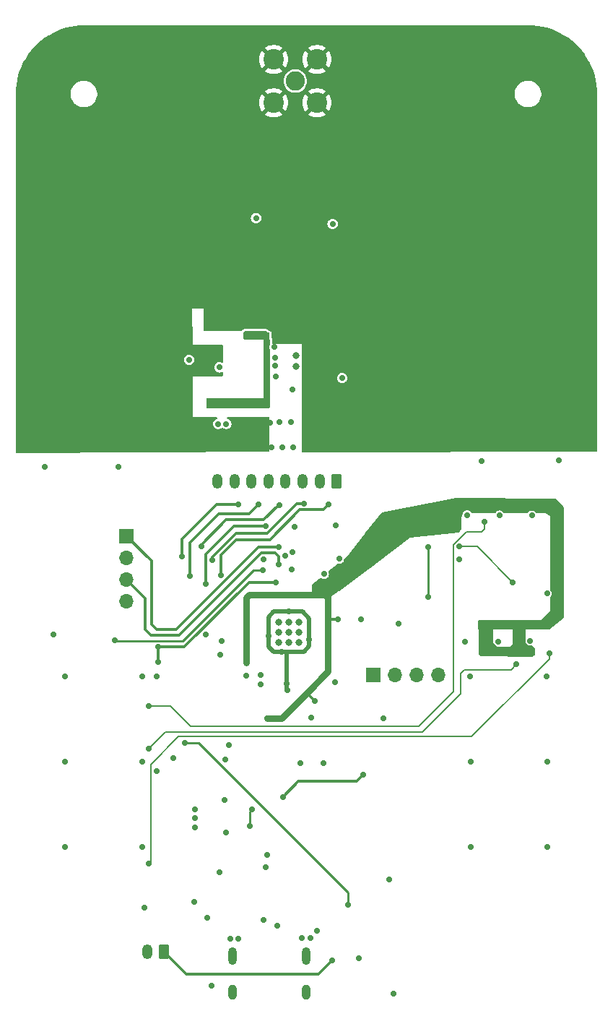
<source format=gbr>
%TF.GenerationSoftware,KiCad,Pcbnew,8.0.8*%
%TF.CreationDate,2025-03-17T14:01:35-04:00*%
%TF.ProjectId,RP2350_V2,52503233-3530-45f5-9632-2e6b69636164,2.0*%
%TF.SameCoordinates,Original*%
%TF.FileFunction,Copper,L4,Bot*%
%TF.FilePolarity,Positive*%
%FSLAX46Y46*%
G04 Gerber Fmt 4.6, Leading zero omitted, Abs format (unit mm)*
G04 Created by KiCad (PCBNEW 8.0.8) date 2025-03-17 14:01:35*
%MOMM*%
%LPD*%
G01*
G04 APERTURE LIST*
G04 Aperture macros list*
%AMRoundRect*
0 Rectangle with rounded corners*
0 $1 Rounding radius*
0 $2 $3 $4 $5 $6 $7 $8 $9 X,Y pos of 4 corners*
0 Add a 4 corners polygon primitive as box body*
4,1,4,$2,$3,$4,$5,$6,$7,$8,$9,$2,$3,0*
0 Add four circle primitives for the rounded corners*
1,1,$1+$1,$2,$3*
1,1,$1+$1,$4,$5*
1,1,$1+$1,$6,$7*
1,1,$1+$1,$8,$9*
0 Add four rect primitives between the rounded corners*
20,1,$1+$1,$2,$3,$4,$5,0*
20,1,$1+$1,$4,$5,$6,$7,0*
20,1,$1+$1,$6,$7,$8,$9,0*
20,1,$1+$1,$8,$9,$2,$3,0*%
G04 Aperture macros list end*
%TA.AperFunction,HeatsinkPad*%
%ADD10C,0.800000*%
%TD*%
%TA.AperFunction,ComponentPad*%
%ADD11C,2.250000*%
%TD*%
%TA.AperFunction,ComponentPad*%
%ADD12C,2.400000*%
%TD*%
%TA.AperFunction,ComponentPad*%
%ADD13O,1.000000X2.100000*%
%TD*%
%TA.AperFunction,ComponentPad*%
%ADD14O,1.000000X1.800000*%
%TD*%
%TA.AperFunction,ComponentPad*%
%ADD15R,1.700000X1.700000*%
%TD*%
%TA.AperFunction,ComponentPad*%
%ADD16O,1.700000X1.700000*%
%TD*%
%TA.AperFunction,ComponentPad*%
%ADD17RoundRect,0.250000X0.350000X0.625000X-0.350000X0.625000X-0.350000X-0.625000X0.350000X-0.625000X0*%
%TD*%
%TA.AperFunction,ComponentPad*%
%ADD18O,1.200000X1.750000*%
%TD*%
%TA.AperFunction,ViaPad*%
%ADD19C,0.700000*%
%TD*%
%TA.AperFunction,Conductor*%
%ADD20C,0.750000*%
%TD*%
%TA.AperFunction,Conductor*%
%ADD21C,0.300000*%
%TD*%
%TA.AperFunction,Conductor*%
%ADD22C,0.500000*%
%TD*%
%TA.AperFunction,Conductor*%
%ADD23C,0.250000*%
%TD*%
%TA.AperFunction,Conductor*%
%ADD24C,0.200000*%
%TD*%
%TA.AperFunction,Conductor*%
%ADD25C,0.150000*%
%TD*%
G04 APERTURE END LIST*
D10*
%TO.P,,61,GND*%
%TO.N,GND*%
X146275000Y-73247500D03*
%TD*%
%TO.P,,61,GND*%
%TO.N,GND*%
X145000000Y-73247500D03*
%TD*%
%TO.P,,61,GND*%
%TO.N,GND*%
X145000000Y-71972500D03*
%TD*%
D11*
%TO.P,J4,1,1*%
%TO.N,Net-(C63-Pad2)*%
X144960000Y-39782441D03*
D12*
%TO.P,J4,2,2*%
%TO.N,GND*%
X142420000Y-42322441D03*
%TO.P,J4,3,3*%
X147500000Y-42322441D03*
%TO.P,J4,4,4*%
X147500000Y-37242441D03*
%TO.P,J4,5,5*%
X142420000Y-37242441D03*
%TD*%
D13*
%TO.P,J3,S1,SHIELD*%
%TO.N,unconnected-(J3-SHIELD-PadS1)_3*%
X137587500Y-142317500D03*
D14*
%TO.N,unconnected-(J3-SHIELD-PadS1)_1*%
X137587500Y-146497500D03*
D13*
%TO.N,unconnected-(J3-SHIELD-PadS1)_2*%
X146227500Y-142317500D03*
D14*
%TO.N,unconnected-(J3-SHIELD-PadS1)*%
X146227500Y-146497500D03*
%TD*%
D15*
%TO.P,J1,1,Pin_1*%
%TO.N,/SWCLK*%
X125162500Y-93107500D03*
D16*
%TO.P,J1,2,Pin_2*%
%TO.N,GND*%
X125162500Y-95647500D03*
%TO.P,J1,3,Pin_3*%
%TO.N,/SWD*%
X125162500Y-98187500D03*
%TO.P,J1,4,Pin_4*%
%TO.N,GND*%
X125162500Y-100727500D03*
%TD*%
D17*
%TO.P,J5,1,Pin_1*%
%TO.N,/DISPLAY_BUSY*%
X149800000Y-86700000D03*
D18*
%TO.P,J5,2,Pin_2*%
%TO.N,/DISPLAY_RESET*%
X147800000Y-86700000D03*
%TO.P,J5,3,Pin_3*%
%TO.N,/DISPLAY_DC*%
X145800000Y-86700000D03*
%TO.P,J5,4,Pin_4*%
%TO.N,/SPI1_CS*%
X143800000Y-86700000D03*
%TO.P,J5,5,Pin_5*%
%TO.N,/SPI1_CLK*%
X141800000Y-86700000D03*
%TO.P,J5,6,Pin_6*%
%TO.N,/SPI1_TX*%
X139800000Y-86700000D03*
%TO.P,J5,7,Pin_7*%
%TO.N,GND*%
X137800000Y-86700000D03*
%TO.P,J5,8,Pin_8*%
%TO.N,+3V3*%
X135800000Y-86700000D03*
%TD*%
D17*
%TO.P,J6,1,Pin_1*%
%TO.N,/VBAT*%
X129580000Y-141810000D03*
D18*
%TO.P,J6,2,Pin_2*%
%TO.N,GND*%
X127580000Y-141810000D03*
%TD*%
D15*
%TO.P,J7,1,Pin_1*%
%TO.N,/UART_Tx_DEBUG*%
X154067500Y-109372500D03*
D16*
%TO.P,J7,2,Pin_2*%
%TO.N,GND*%
X156607500Y-109372500D03*
%TO.P,J7,3,Pin_3*%
%TO.N,/UART_Rx_DEBUG*%
X159147500Y-109372500D03*
%TO.P,J7,4,Pin_4*%
%TO.N,GND*%
X161687500Y-109372500D03*
%TD*%
D10*
%TO.P,,61,GND*%
%TO.N,GND*%
X146275000Y-71972500D03*
%TD*%
%TO.P,U1,61,GND*%
%TO.N,GND*%
X145400000Y-105577500D03*
X145400000Y-104377500D03*
X145400000Y-103177500D03*
X144200000Y-105577500D03*
X144200000Y-104377500D03*
X144150000Y-103177500D03*
X143000000Y-105577500D03*
X143000000Y-104377500D03*
X143000000Y-103177500D03*
%TD*%
D19*
%TO.N,GND*%
X161800000Y-64075000D03*
X161425000Y-67775000D03*
X162250000Y-61775000D03*
X141800000Y-65622500D03*
X134850000Y-58397500D03*
X135150000Y-145730000D03*
X134700000Y-61347500D03*
X149480000Y-46442441D03*
X148080000Y-79240000D03*
X150225000Y-44199882D03*
X154600000Y-42842441D03*
X179270000Y-56884941D03*
X146800000Y-53922500D03*
X142110000Y-47270000D03*
X143240000Y-45012441D03*
X125980000Y-60514941D03*
X120175000Y-74689941D03*
X176940000Y-62660000D03*
X150080000Y-79220000D03*
X147770000Y-77560000D03*
X147025000Y-51622441D03*
X122710000Y-56492500D03*
X157500000Y-34234882D03*
X171120000Y-69264941D03*
X148290300Y-119664824D03*
X159950000Y-71379941D03*
X137500000Y-67322500D03*
X168450000Y-82250000D03*
X159200000Y-39842441D03*
X179270000Y-53014941D03*
X118200000Y-34849882D03*
X139740000Y-58052500D03*
X140530000Y-59322500D03*
X146550000Y-59397500D03*
X156200000Y-44592441D03*
X138090000Y-63682500D03*
X147850000Y-45032441D03*
X148337500Y-97547500D03*
X161325000Y-80139941D03*
X150225000Y-41199882D03*
X146720000Y-45012441D03*
X136662500Y-124022500D03*
X169920000Y-72224941D03*
X123080000Y-66970000D03*
X136000000Y-68522500D03*
X142525000Y-34467441D03*
X162650000Y-55680000D03*
X146750000Y-140170000D03*
X116612500Y-104597500D03*
X135910000Y-49740000D03*
X154080000Y-51822441D03*
X138940000Y-47500000D03*
X161060000Y-72654941D03*
X148520000Y-48982441D03*
X136125000Y-48740000D03*
X133940000Y-45292441D03*
X140970000Y-46420000D03*
X130230000Y-80860000D03*
X152677500Y-102825000D03*
X165487500Y-119512500D03*
X119560000Y-48582441D03*
X144735000Y-58009941D03*
X159000000Y-53280000D03*
X149525000Y-34467441D03*
X142150000Y-82720000D03*
X125275000Y-50072441D03*
X144820000Y-61934941D03*
X139320000Y-79800000D03*
X126140000Y-73494941D03*
X147650000Y-46062441D03*
X143730000Y-95420000D03*
X172850000Y-60600000D03*
X139500000Y-36242441D03*
X142200000Y-61922500D03*
X155922500Y-133282500D03*
X168767689Y-105426765D03*
X124560000Y-74464941D03*
X132600000Y-41042441D03*
X176490000Y-39184882D03*
X128150000Y-56064941D03*
X121880000Y-37794882D03*
X151800000Y-50190000D03*
X147525000Y-34467441D03*
X130740000Y-76450000D03*
X133000000Y-65822500D03*
X139500000Y-41242441D03*
X155305000Y-60722382D03*
X146625000Y-66372500D03*
X126190000Y-69214941D03*
X148650000Y-51722441D03*
X136460000Y-61962500D03*
X140877500Y-110447500D03*
X132000000Y-69822500D03*
X174500000Y-129500000D03*
X154100000Y-33800000D03*
X157880000Y-68360000D03*
X162975000Y-41092441D03*
X166000000Y-62800000D03*
X161500000Y-53397500D03*
X176610000Y-69150000D03*
X179160000Y-78424941D03*
X145590000Y-45002441D03*
X152275000Y-55675000D03*
X140670000Y-47730000D03*
X171030000Y-55350000D03*
X148370000Y-76225000D03*
X164880000Y-70734941D03*
X174482500Y-99822500D03*
X156785000Y-58379941D03*
X164710000Y-77924941D03*
X164250000Y-43924882D03*
X179180000Y-80500000D03*
X152400000Y-39042441D03*
X149100000Y-35524882D03*
X132000000Y-66822500D03*
X164710000Y-73714941D03*
X116200000Y-59414941D03*
X141187500Y-138072500D03*
X176480000Y-80340000D03*
X118870000Y-69222500D03*
X150150000Y-82470000D03*
X174380000Y-70404941D03*
X141920000Y-67962500D03*
X155365000Y-67002382D03*
X125940000Y-34164882D03*
X144760000Y-65884941D03*
X150225000Y-40199882D03*
X153375000Y-56825000D03*
X179270000Y-48502441D03*
X132200000Y-77040000D03*
X134000000Y-65822500D03*
X127000000Y-109500000D03*
X126590000Y-81150000D03*
X141957500Y-64125000D03*
X143820000Y-52020000D03*
X144820000Y-60934941D03*
X134200000Y-35442441D03*
X119400000Y-50880000D03*
X126000000Y-45242441D03*
X139500000Y-42242441D03*
X167540000Y-80300000D03*
X113410000Y-75444941D03*
X150225000Y-39199882D03*
X134600000Y-137810000D03*
X143790000Y-53070000D03*
X170000000Y-37607441D03*
X138760000Y-82760000D03*
X117360000Y-78102500D03*
X113220000Y-59124941D03*
X139630000Y-48710000D03*
X138630000Y-57214941D03*
X139500000Y-40242441D03*
X142725000Y-39899882D03*
X122190000Y-69982500D03*
X131200000Y-37442441D03*
X177250000Y-51655000D03*
X129860000Y-53810000D03*
X117725000Y-37149882D03*
X129250000Y-76724941D03*
X174510000Y-67304941D03*
X138310000Y-59342500D03*
X141687500Y-130437700D03*
X147467500Y-139357500D03*
X149350000Y-59644941D03*
X136325000Y-54522500D03*
X146550000Y-62397500D03*
X138840000Y-49700000D03*
X159140000Y-44010000D03*
X154400000Y-49990000D03*
X158425000Y-55897500D03*
X134725000Y-47665000D03*
X154400000Y-38042441D03*
X141610000Y-49640000D03*
X169725000Y-52705000D03*
X113330000Y-65434941D03*
X160480000Y-74454941D03*
X164145571Y-95843479D03*
X157025000Y-103375000D03*
X129200000Y-48790000D03*
X149390000Y-69760000D03*
X137200000Y-42442441D03*
X143430000Y-82710000D03*
X156885000Y-65779941D03*
X125180000Y-68084941D03*
X139500000Y-38242441D03*
X147680000Y-63344941D03*
X154020000Y-75984941D03*
X174220000Y-78094941D03*
X127260000Y-136610000D03*
X135000000Y-67562500D03*
X141882500Y-59125000D03*
X148870000Y-43824882D03*
X163070000Y-74680000D03*
X133187500Y-127217500D03*
X144820000Y-63934941D03*
X147300000Y-67172500D03*
X135070000Y-71082500D03*
X177450000Y-36594882D03*
X136787500Y-127797500D03*
X122820000Y-77492500D03*
X136350000Y-105340000D03*
X152400000Y-36642441D03*
X138080000Y-53494941D03*
X124208750Y-84940000D03*
X166480000Y-55390000D03*
X141512500Y-131897500D03*
X177150000Y-58530000D03*
X125770000Y-66414941D03*
X117987500Y-129512500D03*
X121970000Y-72070000D03*
X155380000Y-65370000D03*
X156830000Y-62930000D03*
X128640000Y-62644941D03*
X132160000Y-78660000D03*
X127870000Y-51060000D03*
X136775000Y-119285000D03*
X146550000Y-63397500D03*
X130980000Y-68944941D03*
X166820000Y-60244941D03*
X144525000Y-34467441D03*
X163520000Y-46540000D03*
X152180000Y-66150000D03*
X163585000Y-82395000D03*
X161840000Y-38104882D03*
X154900000Y-79244941D03*
X136625000Y-44942441D03*
X150820000Y-69930000D03*
X178960000Y-75304941D03*
X128920000Y-82155000D03*
X122940000Y-74492500D03*
X164510000Y-57980000D03*
X140887500Y-109387500D03*
X141800000Y-60792500D03*
X135950000Y-71090000D03*
X139500000Y-39242441D03*
X130687500Y-119107500D03*
X147800000Y-57522500D03*
X145840000Y-51190000D03*
X144625000Y-75947500D03*
X145525000Y-34467441D03*
X140825000Y-40474882D03*
X139980000Y-45132441D03*
X131930000Y-57732500D03*
X159475000Y-47015000D03*
X156510000Y-146660000D03*
X124320000Y-80000000D03*
X171440000Y-80300000D03*
X144000000Y-49990000D03*
X132440000Y-74240000D03*
X143110000Y-79720000D03*
X122250000Y-47872441D03*
X132250000Y-75580000D03*
X141525000Y-34467441D03*
X132675000Y-52947500D03*
X134400000Y-43042441D03*
X155317500Y-114442500D03*
X174810000Y-56650000D03*
X148025000Y-53514941D03*
X140180000Y-60882500D03*
X176360000Y-73794941D03*
X148700000Y-64394941D03*
X132460000Y-54722500D03*
X159480000Y-68944941D03*
X135000000Y-68472500D03*
X147350000Y-39699882D03*
X159010000Y-72934941D03*
X148000000Y-58722500D03*
X137200000Y-34642441D03*
X168840000Y-75444941D03*
X133950000Y-59997500D03*
X126030000Y-75274941D03*
X144480000Y-79720000D03*
X146550000Y-57347500D03*
X142930000Y-46230000D03*
X165102500Y-90622500D03*
X167075000Y-40824882D03*
X144875000Y-91985000D03*
X152170000Y-61590000D03*
X138290000Y-61062500D03*
X141200000Y-62822500D03*
X160090000Y-62734941D03*
X128000000Y-38842441D03*
X130680000Y-75000000D03*
X118400000Y-65589941D03*
X128530000Y-60794941D03*
X151430000Y-51982441D03*
X167420000Y-52324941D03*
X125420000Y-63594941D03*
X134800000Y-38842441D03*
X122800000Y-51480000D03*
X174500000Y-119500000D03*
X118625000Y-61314941D03*
X152220000Y-59154941D03*
X127000000Y-129500000D03*
X133197500Y-125127500D03*
X156315000Y-68912382D03*
X139850000Y-53570000D03*
X144930000Y-58994941D03*
X144000000Y-47090000D03*
X160950000Y-78164941D03*
X113450000Y-54914941D03*
X156400000Y-48440000D03*
X146000000Y-53300000D03*
X172720000Y-52382441D03*
X147800000Y-59922500D03*
X128620000Y-68124941D03*
X168230000Y-43814882D03*
X144000000Y-48990000D03*
X134725000Y-54322500D03*
X150225000Y-38199882D03*
X163145000Y-49882441D03*
X115600000Y-79464941D03*
X133650000Y-64164941D03*
X150425000Y-34449882D03*
X116160000Y-67784941D03*
X155000000Y-52522500D03*
X115500000Y-41434882D03*
X150070000Y-81064941D03*
X150400000Y-49390000D03*
X168902500Y-90647500D03*
X179200000Y-65140000D03*
X179080000Y-40004882D03*
X152960000Y-53540000D03*
X156385000Y-67579941D03*
X136560000Y-65582500D03*
X150225000Y-37199882D03*
X115340000Y-62374941D03*
X154200000Y-54322500D03*
X156670000Y-52142441D03*
X137200000Y-40042441D03*
X146525000Y-34467441D03*
X113370000Y-71034941D03*
X175500000Y-60530000D03*
X149300000Y-55022500D03*
X156585000Y-61579941D03*
X152640000Y-79250000D03*
X132040000Y-64114941D03*
X128550000Y-66154941D03*
X139500000Y-44242441D03*
X152310000Y-67490000D03*
X139500000Y-35317441D03*
X160850000Y-65874941D03*
X124150000Y-59812500D03*
X137950000Y-48672441D03*
X155000000Y-77474941D03*
X132000000Y-70822500D03*
X135800000Y-59747500D03*
X128720000Y-109550000D03*
X129650000Y-68914941D03*
X158630000Y-66984941D03*
X149737500Y-91797499D03*
X145850000Y-44024882D03*
X148060000Y-80960000D03*
X126530000Y-77884941D03*
X125000000Y-42932441D03*
X145737500Y-140177500D03*
X146550000Y-64397500D03*
X174240000Y-34624882D03*
X129640000Y-71434941D03*
X146812500Y-114347500D03*
X142180000Y-45072441D03*
X144607500Y-94992500D03*
X124270000Y-82080000D03*
X115400000Y-73889941D03*
X145610000Y-45892441D03*
X125800000Y-71974941D03*
X137200000Y-38042441D03*
X174450000Y-109550000D03*
X172480000Y-73464941D03*
X147560000Y-64904941D03*
X144780000Y-64924941D03*
X152170000Y-64450000D03*
X166830000Y-84320000D03*
X141070000Y-45112441D03*
X172910000Y-82320000D03*
X150050000Y-76230000D03*
X139880000Y-82740000D03*
X144820000Y-62934941D03*
X130020000Y-58314941D03*
X132000000Y-65822500D03*
X133820000Y-56982500D03*
X146722500Y-46917500D03*
X179320000Y-82280000D03*
X152610000Y-77700000D03*
X167920000Y-58824941D03*
X149612500Y-110172500D03*
X170840000Y-34664882D03*
X125070000Y-70864941D03*
X137000000Y-68522500D03*
X132480000Y-34234882D03*
X125760000Y-57664941D03*
X155250000Y-62375000D03*
X152510000Y-68640000D03*
X129620000Y-73540000D03*
X141700000Y-67022500D03*
X142030000Y-68732500D03*
X128657500Y-120587500D03*
X146550000Y-58397500D03*
X151880000Y-52880000D03*
X152510000Y-80904941D03*
X124680000Y-64944941D03*
X120570000Y-78444941D03*
X118420000Y-57092500D03*
X154575000Y-57950000D03*
X139120000Y-52830000D03*
X137200000Y-36242441D03*
X146000000Y-52210000D03*
X133107500Y-135972500D03*
X174170000Y-36714882D03*
X139650000Y-62482500D03*
X162120000Y-44174882D03*
X158200000Y-57625000D03*
X135340000Y-52610000D03*
X121410000Y-59204941D03*
X144100000Y-43999882D03*
X179230000Y-68294941D03*
X116350000Y-53014941D03*
X135900000Y-63922500D03*
X136350000Y-56754941D03*
X149850000Y-52850000D03*
X141950000Y-53520000D03*
X132000000Y-68822500D03*
X150050000Y-45112441D03*
X140600000Y-64632500D03*
X139225000Y-109435000D03*
X158400000Y-38042441D03*
X144820000Y-59934941D03*
X155740000Y-54660000D03*
X150010000Y-77880000D03*
X150117500Y-95767500D03*
X156440000Y-56602500D03*
X155200000Y-63925000D03*
X148000000Y-69684941D03*
X179560000Y-61240000D03*
X139500000Y-37242441D03*
X149000000Y-45072441D03*
X131780000Y-60752500D03*
X115555000Y-84940000D03*
X128750000Y-70154941D03*
X147290000Y-48492441D03*
X154900000Y-82390000D03*
X122525000Y-35424882D03*
X141550000Y-48460000D03*
X147650000Y-61414941D03*
X131200000Y-44842441D03*
X132382500Y-73420000D03*
X165437500Y-109562500D03*
X176400000Y-53889941D03*
X165970000Y-65390000D03*
X129880000Y-59884941D03*
X140525000Y-34467441D03*
X141080000Y-52830000D03*
X142000000Y-79790000D03*
X134750000Y-51240000D03*
X128530000Y-64254941D03*
X179280000Y-43364882D03*
X163060000Y-68834941D03*
X176860000Y-82300000D03*
X115425000Y-35924882D03*
X136975000Y-58572500D03*
X146000000Y-47990000D03*
X136720000Y-53050000D03*
X158570000Y-60814941D03*
X155000000Y-35642441D03*
X144060000Y-51050000D03*
X145562500Y-119672500D03*
X159440000Y-58554941D03*
X140610000Y-79810000D03*
X146825000Y-49890000D03*
X173740000Y-45164882D03*
X152430000Y-142580000D03*
X128750000Y-74824941D03*
X126600000Y-52322500D03*
X173140000Y-77434941D03*
X154600000Y-55922500D03*
X142810246Y-138747499D03*
X113700000Y-52072441D03*
X150350000Y-68940000D03*
X160550000Y-82490000D03*
X146550000Y-60397500D03*
X159960000Y-57130000D03*
X116420000Y-82080000D03*
X167480000Y-34274882D03*
X164510000Y-55720000D03*
X165675000Y-53922500D03*
X151530000Y-76340000D03*
X142630000Y-74392500D03*
X118710000Y-80560000D03*
X140367500Y-54822500D03*
X157000000Y-54522500D03*
X152400000Y-41042441D03*
X143525000Y-34467441D03*
X157875000Y-42192441D03*
X139510000Y-46222441D03*
X140030000Y-66242500D03*
X117530000Y-75040000D03*
X134440280Y-104600280D03*
X160380000Y-60264941D03*
X139500000Y-43242441D03*
X155325000Y-59325000D03*
X152420000Y-69910000D03*
X150890000Y-58454941D03*
X117630000Y-45184882D03*
X146550000Y-61397500D03*
X128640000Y-72544941D03*
X127800000Y-35242441D03*
X175460000Y-64554941D03*
X116200000Y-39024882D03*
X158210000Y-70004941D03*
X148470000Y-65604941D03*
X150225000Y-35299882D03*
X131290000Y-59174941D03*
X148580000Y-62344941D03*
X152140000Y-63010000D03*
X167770000Y-68754941D03*
X167345000Y-49832441D03*
X147160000Y-52760000D03*
X157360000Y-71224941D03*
X155335000Y-68252382D03*
X176250000Y-76460000D03*
X177500000Y-46822441D03*
X172702500Y-90647500D03*
X127800000Y-79504941D03*
X144720000Y-82690000D03*
X149550000Y-47872441D03*
X144300000Y-45032441D03*
X150520000Y-59664941D03*
X149100000Y-39899882D03*
X167610000Y-71974941D03*
X161125000Y-76314941D03*
X170290000Y-65470000D03*
X140750000Y-35649882D03*
X137310000Y-140250000D03*
X130200000Y-51480000D03*
X146000000Y-48990000D03*
X115400000Y-49280000D03*
X124600000Y-38732441D03*
X122675000Y-53314941D03*
X138000000Y-68522500D03*
X150225000Y-42199882D03*
X132000000Y-67822500D03*
X170750000Y-47522441D03*
X158150000Y-62434941D03*
X163510000Y-53324941D03*
X138940000Y-64792500D03*
X139525000Y-34492441D03*
X148630000Y-67374941D03*
X149920000Y-50752441D03*
X165487500Y-129512500D03*
X160000000Y-35442441D03*
X152590000Y-82310000D03*
X141010000Y-82760000D03*
X121960000Y-63352500D03*
X128400000Y-42842441D03*
X146550000Y-65397500D03*
X143120000Y-53870000D03*
X141220001Y-95829949D03*
X125370000Y-55200000D03*
X137157500Y-117557500D03*
X119070000Y-71824941D03*
X136090000Y-132487700D03*
X120800000Y-34394882D03*
X133275000Y-62597500D03*
X124860000Y-62422500D03*
X113635000Y-82010000D03*
X152400000Y-43042441D03*
X144220000Y-46002441D03*
X169090000Y-78584941D03*
X172930000Y-53800000D03*
X148700000Y-61084941D03*
X113410000Y-78694941D03*
X113750000Y-38399882D03*
X119400000Y-52722500D03*
X161290000Y-59200000D03*
X152800000Y-74950000D03*
X113680000Y-43244882D03*
X169060000Y-56980000D03*
X145025000Y-37499882D03*
X144000000Y-47990000D03*
X155300000Y-69614941D03*
X138261814Y-140223186D03*
X130610000Y-77890000D03*
X136980000Y-46780000D03*
X154820000Y-80984941D03*
X143210000Y-57524941D03*
X121880000Y-80510000D03*
X120485000Y-82280000D03*
X152200000Y-48590000D03*
X172497689Y-105366765D03*
X149800000Y-57844941D03*
X144950000Y-35749882D03*
X147700000Y-68622500D03*
X150225000Y-43199882D03*
X133180000Y-49700000D03*
X164600000Y-37442441D03*
X157575000Y-49990000D03*
X143100000Y-55422500D03*
X120910000Y-65874941D03*
X156880000Y-60080000D03*
X132110000Y-62694941D03*
X138300000Y-66532500D03*
X134990000Y-66652500D03*
X166925000Y-45267441D03*
X155400000Y-40842441D03*
X131510000Y-81760000D03*
X136162500Y-106962500D03*
X124490000Y-77404941D03*
X150225000Y-36199882D03*
X156585000Y-64379941D03*
X133207500Y-126147500D03*
X140240000Y-49660000D03*
X152400000Y-45242441D03*
X167210000Y-78420000D03*
X166250000Y-75934941D03*
X142870000Y-49680000D03*
X143100000Y-56222500D03*
X137270000Y-49720000D03*
X117987500Y-109512500D03*
X117987500Y-119512500D03*
X158630000Y-64444941D03*
X147960000Y-82540000D03*
X140910000Y-43674882D03*
X152210000Y-60370000D03*
X175830000Y-84250000D03*
X164872689Y-105441765D03*
X178960000Y-71544941D03*
X142470000Y-70932500D03*
X165410000Y-80330000D03*
X148525000Y-34467441D03*
X135000000Y-65822500D03*
X127000000Y-119500000D03*
X136200000Y-67122500D03*
X161220000Y-70004941D03*
X139300000Y-67722500D03*
X163840000Y-34394882D03*
X150650000Y-55225000D03*
X144550000Y-97000000D03*
X154200000Y-47590000D03*
X134750000Y-49960000D03*
X113530000Y-47762441D03*
%TO.N,+3V3*%
X148787500Y-107404700D03*
X139177500Y-106347500D03*
X136860000Y-79944941D03*
X147237500Y-112422500D03*
X172647689Y-106541765D03*
X140350000Y-55822500D03*
X135430000Y-77530000D03*
X174642500Y-89492500D03*
X143312500Y-114437500D03*
X139177500Y-104260000D03*
X168917689Y-106536765D03*
X170882500Y-89482500D03*
X139177500Y-107157500D03*
X138170000Y-77520000D03*
X143487500Y-123647500D03*
X141225000Y-69572500D03*
X166797689Y-106691765D03*
X139570000Y-77520000D03*
X166977500Y-89522500D03*
X140830000Y-77530000D03*
X152937500Y-121022500D03*
X141612500Y-114437500D03*
X139177500Y-100870000D03*
X149962500Y-102867500D03*
X142487500Y-114437500D03*
X140250000Y-69572500D03*
X135920000Y-79944941D03*
X140070000Y-99927500D03*
X136820000Y-77530000D03*
X174802500Y-102447500D03*
X145700000Y-99927500D03*
X139177500Y-107947500D03*
X139373750Y-100113750D03*
%TO.N,+1V1*%
X143919822Y-110415178D03*
X141787500Y-104797500D03*
X146587500Y-105197500D03*
X144199700Y-101947500D03*
X143987500Y-111097500D03*
X143362500Y-106647500D03*
%TO.N,/VBAT*%
X149280000Y-142780000D03*
%TO.N,/SWD*%
X142969999Y-96427767D03*
%TO.N,/SWCLK*%
X142970000Y-94370000D03*
%TO.N,/DISPLAY_RESET*%
X135190000Y-95940000D03*
X145990000Y-89300000D03*
%TO.N,/SPI1_TX*%
X138230000Y-89390000D03*
X131620000Y-95450000D03*
%TO.N,/DISPLAY_BUSY*%
X136252500Y-97680000D03*
X148860000Y-89390000D03*
%TO.N,/SPI1_CLK*%
X140630000Y-89380000D03*
X132590000Y-97720000D03*
%TO.N,/DISPLAY_DC*%
X141454265Y-91919535D03*
X134460000Y-98670000D03*
%TO.N,/SPI1_CS*%
X133920000Y-94320000D03*
X143060000Y-89440000D03*
%TO.N,/RUN*%
X128862500Y-107825000D03*
X128862500Y-106100000D03*
X142632736Y-98510000D03*
%TO.N,/~{USB_BOOT}*%
X160525000Y-94350000D03*
X160550000Y-100250000D03*
%TO.N,Net-(R20-Pad2)*%
X127770000Y-113000000D03*
X167135000Y-91430000D03*
%TO.N,Net-(R23-Pad2)*%
X170900000Y-108090000D03*
X127767500Y-118000000D03*
%TO.N,Net-(R24-Pad2)*%
X127742500Y-131500000D03*
X174747689Y-106841765D03*
%TO.N,/BTN_MACRO_C*%
X170480000Y-98500000D03*
X164210000Y-94312500D03*
%TO.N,/Converter_In*%
X139587500Y-127047500D03*
X139862500Y-125122500D03*
%TO.N,/UVLO_RST*%
X131962500Y-117282500D03*
X151127500Y-136307500D03*
%TO.N,/STATUS_LED*%
X123762500Y-105297500D03*
X141110000Y-97080000D03*
%TO.N,/SX1262/DIO2*%
X150450000Y-74588500D03*
X149325000Y-56522500D03*
%TO.N,/SX1262/XTB*%
X142547686Y-73105574D03*
X136070000Y-73326434D03*
%TO.N,/SX1262/XTA*%
X132490000Y-72422500D03*
X142550566Y-72205576D03*
%TD*%
D20*
%TO.N,+3V3*%
X148787500Y-108947500D02*
X148787500Y-102872500D01*
X139177500Y-100310000D02*
X139177500Y-104260000D01*
X139373750Y-100113750D02*
X139177500Y-100310000D01*
X148417500Y-99927500D02*
X148787500Y-100297500D01*
D21*
X149962500Y-102867500D02*
X148792500Y-102867500D01*
D20*
X141612500Y-114437500D02*
X143312500Y-114437500D01*
D21*
X146287500Y-111472500D02*
X146287500Y-111447500D01*
D20*
X146287500Y-111447500D02*
X148787500Y-108947500D01*
D21*
X147237500Y-112422500D02*
X146287500Y-111472500D01*
D20*
X143312500Y-114437500D02*
X143312500Y-114422500D01*
X139177500Y-104260000D02*
X139177500Y-107947500D01*
X148787500Y-100297500D02*
X148787500Y-102872500D01*
D21*
X145312500Y-121822500D02*
X152137500Y-121822500D01*
D20*
X143312500Y-114422500D02*
X146287500Y-111447500D01*
D21*
X148792500Y-102867500D02*
X148787500Y-102872500D01*
X152137500Y-121822500D02*
X152937500Y-121022500D01*
D20*
X139373750Y-100113750D02*
X139560000Y-99927500D01*
D21*
X143487500Y-123647500D02*
X145312500Y-121822500D01*
D20*
X139560000Y-99927500D02*
X148417500Y-99927500D01*
D22*
%TO.N,+1V1*%
X145937500Y-106647500D02*
X146587500Y-105997500D01*
X143937500Y-106647500D02*
X143937500Y-110397500D01*
X141812500Y-106072500D02*
X141812500Y-102572500D01*
X143987500Y-111097500D02*
X143987500Y-111122500D01*
X142437500Y-101947500D02*
X144199700Y-101947500D01*
X144199700Y-101947500D02*
X145812500Y-101947500D01*
X145812500Y-101947500D02*
X146587500Y-102722500D01*
X143919822Y-111029822D02*
X143987500Y-111097500D01*
X143937500Y-110397500D02*
X143919822Y-110415178D01*
X141812500Y-102572500D02*
X142437500Y-101947500D01*
X142387500Y-106647500D02*
X141812500Y-106072500D01*
X146587500Y-105997500D02*
X146587500Y-105197500D01*
X143362500Y-106647500D02*
X142387500Y-106647500D01*
X143362500Y-106647500D02*
X145937500Y-106647500D01*
X143919822Y-110415178D02*
X143919822Y-111029822D01*
X146587500Y-102722500D02*
X146587500Y-105197500D01*
D21*
%TO.N,/VBAT*%
X132147500Y-144377500D02*
X129580000Y-141810000D01*
X149280000Y-142780000D02*
X147682500Y-144377500D01*
X147682500Y-144377500D02*
X132147500Y-144377500D01*
%TO.N,/SWD*%
X140980000Y-95080000D02*
X131360000Y-104700000D01*
X131360000Y-104700000D02*
X128062893Y-104700000D01*
X142969999Y-96427767D02*
X142969999Y-95459999D01*
X127350000Y-103987107D02*
X127350000Y-100375000D01*
X127350000Y-100375000D02*
X125162500Y-98187500D01*
X125164606Y-98187500D02*
X125162500Y-98187500D01*
X142590000Y-95080000D02*
X140980000Y-95080000D01*
X142969999Y-95459999D02*
X142590000Y-95080000D01*
X128062893Y-104700000D02*
X127350000Y-103987107D01*
X125162500Y-98287500D02*
X125162500Y-98187500D01*
%TO.N,/SWCLK*%
X140600000Y-94370000D02*
X130950000Y-104020000D01*
X128080000Y-96025000D02*
X125162500Y-93107500D01*
X130950000Y-104020000D02*
X128660000Y-104020000D01*
X128080000Y-103440000D02*
X128080000Y-96025000D01*
X128660000Y-104020000D02*
X128080000Y-103440000D01*
X142970000Y-94370000D02*
X140740000Y-94370000D01*
X140740000Y-94370000D02*
X140600000Y-94370000D01*
%TO.N,/DISPLAY_RESET*%
X135190000Y-95530000D02*
X137970000Y-92750000D01*
X137970000Y-92750000D02*
X141670000Y-92750000D01*
X145120000Y-89300000D02*
X145990000Y-89300000D01*
X135190000Y-95940000D02*
X135190000Y-95530000D01*
X141670000Y-92750000D02*
X145120000Y-89300000D01*
%TO.N,/SPI1_TX*%
X131640000Y-93460000D02*
X131640000Y-93510000D01*
X131640000Y-95430000D02*
X131640000Y-93510000D01*
X131620000Y-95450000D02*
X131640000Y-95430000D01*
X135710000Y-89390000D02*
X131640000Y-93460000D01*
X138230000Y-89390000D02*
X135710000Y-89390000D01*
%TO.N,/DISPLAY_BUSY*%
X148250000Y-90000000D02*
X148860000Y-89390000D01*
X138030000Y-93500000D02*
X142000000Y-93500000D01*
X136252500Y-95277500D02*
X138030000Y-93500000D01*
X145500000Y-90000000D02*
X148250000Y-90000000D01*
X142000000Y-93500000D02*
X145500000Y-90000000D01*
X136252500Y-97680000D02*
X136252500Y-95277500D01*
%TO.N,/SPI1_CLK*%
X132620000Y-93870000D02*
X135990000Y-90500000D01*
X139510000Y-90500000D02*
X140630000Y-89380000D01*
X132590000Y-97720000D02*
X132620000Y-97690000D01*
X135990000Y-90500000D02*
X139510000Y-90500000D01*
X132620000Y-97690000D02*
X132620000Y-93870000D01*
%TO.N,/DISPLAY_DC*%
X137720465Y-91919535D02*
X141454265Y-91919535D01*
X134460000Y-95180000D02*
X137720465Y-91919535D01*
X134460000Y-98670000D02*
X134460000Y-95180000D01*
%TO.N,/SPI1_CS*%
X141250000Y-91160000D02*
X142970000Y-89440000D01*
X133920000Y-94320000D02*
X133920000Y-94080000D01*
X142970000Y-89440000D02*
X143060000Y-89440000D01*
X136840000Y-91160000D02*
X141250000Y-91160000D01*
X133920000Y-94080000D02*
X136840000Y-91160000D01*
%TO.N,/RUN*%
X128862500Y-106100000D02*
X128862500Y-107825000D01*
X142632736Y-98510000D02*
X139540610Y-98510000D01*
X139540610Y-98510000D02*
X131950610Y-106100000D01*
X131950610Y-106100000D02*
X128862500Y-106100000D01*
D23*
%TO.N,/~{USB_BOOT}*%
X160525000Y-94350000D02*
X160525000Y-100225000D01*
X160525000Y-100225000D02*
X160550000Y-100250000D01*
D24*
%TO.N,Net-(R20-Pad2)*%
X163470000Y-94133261D02*
X165043261Y-92560000D01*
X163470000Y-111315000D02*
X163470000Y-94133261D01*
X166830000Y-92560000D02*
X167135000Y-92255000D01*
X167135000Y-92255000D02*
X167135000Y-91430000D01*
X159412500Y-115372500D02*
X163470000Y-111315000D01*
X132702500Y-115372500D02*
X159412500Y-115372500D01*
X127770000Y-113000000D02*
X130330000Y-113000000D01*
X130330000Y-113000000D02*
X132702500Y-115372500D01*
X165043261Y-92560000D02*
X166830000Y-92560000D01*
%TO.N,Net-(R23-Pad2)*%
X164340000Y-111554314D02*
X159846814Y-116047500D01*
X129720000Y-116047500D02*
X127767500Y-118000000D01*
X164340000Y-109160000D02*
X164340000Y-111554314D01*
X170900000Y-108090000D02*
X170260000Y-108730000D01*
X159846814Y-116047500D02*
X129720000Y-116047500D01*
X164770000Y-108730000D02*
X164340000Y-109160000D01*
X170260000Y-108730000D02*
X164770000Y-108730000D01*
%TO.N,Net-(R24-Pad2)*%
X128007500Y-120856739D02*
X128007500Y-119852500D01*
X131262500Y-116597500D02*
X165612500Y-116597500D01*
X128020000Y-131222500D02*
X128020000Y-120869239D01*
X128020000Y-120869239D02*
X128007500Y-120856739D01*
X128007500Y-119852500D02*
X131262500Y-116597500D01*
X174747689Y-107462311D02*
X174747689Y-106841765D01*
X127742500Y-131500000D02*
X128020000Y-131222500D01*
X165612500Y-116597500D02*
X174747689Y-107462311D01*
D25*
%TO.N,/BTN_MACRO_C*%
X170469348Y-98500000D02*
X166281848Y-94312500D01*
X166281848Y-94312500D02*
X164210000Y-94312500D01*
X170480000Y-98500000D02*
X170469348Y-98500000D01*
D23*
%TO.N,/Converter_In*%
X139937500Y-125047500D02*
X139987500Y-124997500D01*
X139587500Y-127047500D02*
X139587500Y-125397500D01*
X139587500Y-127097500D02*
X139587500Y-127047500D01*
X139587500Y-125397500D02*
X139937500Y-125047500D01*
%TO.N,/UVLO_RST*%
X151127500Y-136307500D02*
X151237500Y-136417500D01*
X131947500Y-117282500D02*
X131962500Y-117282500D01*
X133622500Y-117282500D02*
X151150000Y-134810000D01*
X131962500Y-117282500D02*
X133622500Y-117282500D01*
X151150000Y-136285000D02*
X151127500Y-136307500D01*
X131912500Y-117247500D02*
X131947500Y-117282500D01*
X151150000Y-134810000D02*
X151150000Y-136285000D01*
%TO.N,/STATUS_LED*%
X123762500Y-105297500D02*
X123862500Y-105397500D01*
X141110000Y-97080000D02*
X140040000Y-97080000D01*
X131770000Y-105350000D02*
X123815000Y-105350000D01*
X123815000Y-105350000D02*
X123762500Y-105297500D01*
X140040000Y-97080000D02*
X131770000Y-105350000D01*
%TD*%
%TA.AperFunction,Conductor*%
%TO.N,GND*%
G36*
X172298963Y-33236096D02*
G01*
X172842931Y-33254681D01*
X172851359Y-33255258D01*
X173390675Y-33310705D01*
X173399060Y-33311857D01*
X173933349Y-33403980D01*
X173941593Y-33405694D01*
X174468358Y-33534065D01*
X174476472Y-33536338D01*
X174941557Y-33683951D01*
X174993249Y-33700358D01*
X175001203Y-33703184D01*
X175505605Y-33902096D01*
X175513313Y-33905444D01*
X176002938Y-34138301D01*
X176010430Y-34142182D01*
X176456480Y-34392983D01*
X176483016Y-34407904D01*
X176490250Y-34412303D01*
X176943598Y-34709653D01*
X176950507Y-34714530D01*
X177382484Y-35042108D01*
X177389052Y-35047451D01*
X177797687Y-35403760D01*
X177803875Y-35409540D01*
X178187220Y-35792883D01*
X178192999Y-35799070D01*
X178549321Y-36207713D01*
X178554631Y-36214239D01*
X178882220Y-36646225D01*
X178882236Y-36646246D01*
X178887118Y-36653163D01*
X179025080Y-36863499D01*
X179184474Y-37106512D01*
X179188855Y-37113716D01*
X179454578Y-37586293D01*
X179458470Y-37593805D01*
X179533902Y-37752411D01*
X179691324Y-38083417D01*
X179694697Y-38091183D01*
X179893587Y-38595518D01*
X179896423Y-38603496D01*
X180060439Y-39120252D01*
X180062723Y-39128405D01*
X180191088Y-39655127D01*
X180192811Y-39663417D01*
X180284934Y-40197682D01*
X180286087Y-40206070D01*
X180341536Y-40745373D01*
X180342114Y-40753820D01*
X180360644Y-41296044D01*
X180360716Y-41300279D01*
X180360716Y-41356967D01*
X180360752Y-41357422D01*
X180387087Y-83043137D01*
X180367445Y-83110189D01*
X180314670Y-83155977D01*
X180263443Y-83167214D01*
X145834356Y-83266158D01*
X145767261Y-83246667D01*
X145721354Y-83193994D01*
X145710000Y-83142159D01*
X145710000Y-74588498D01*
X149844318Y-74588498D01*
X149844318Y-74588501D01*
X149864955Y-74745260D01*
X149864956Y-74745262D01*
X149925464Y-74891341D01*
X150021718Y-75016782D01*
X150147159Y-75113036D01*
X150293238Y-75173544D01*
X150371619Y-75183863D01*
X150449999Y-75194182D01*
X150450000Y-75194182D01*
X150450001Y-75194182D01*
X150502254Y-75187302D01*
X150606762Y-75173544D01*
X150752841Y-75113036D01*
X150878282Y-75016782D01*
X150974536Y-74891341D01*
X151035044Y-74745262D01*
X151055682Y-74588500D01*
X151035044Y-74431738D01*
X150974536Y-74285659D01*
X150878282Y-74160218D01*
X150752841Y-74063964D01*
X150606762Y-74003456D01*
X150606760Y-74003455D01*
X150450001Y-73982818D01*
X150449999Y-73982818D01*
X150293239Y-74003455D01*
X150293237Y-74003456D01*
X150147160Y-74063963D01*
X150021718Y-74160218D01*
X149925463Y-74285660D01*
X149864956Y-74431737D01*
X149864955Y-74431739D01*
X149844318Y-74588498D01*
X145710000Y-74588498D01*
X145710000Y-70564861D01*
X145709999Y-70564860D01*
X142328279Y-70580672D01*
X142261148Y-70561301D01*
X142215147Y-70508711D01*
X142203700Y-70456822D01*
X142202445Y-69376366D01*
X142202402Y-69371951D01*
X142202323Y-69367668D01*
X142189290Y-69291689D01*
X142167224Y-69225395D01*
X142149046Y-69183636D01*
X142149043Y-69183631D01*
X142085117Y-69107142D01*
X142030712Y-69063300D01*
X141968170Y-69026194D01*
X141950482Y-69018867D01*
X141896304Y-68996427D01*
X141868276Y-68980245D01*
X141806853Y-68933113D01*
X141798689Y-68926271D01*
X141777338Y-68906757D01*
X141763998Y-68895381D01*
X141759189Y-68892905D01*
X141675359Y-68849753D01*
X141675356Y-68849752D01*
X141675354Y-68849751D01*
X141608195Y-68830509D01*
X141593784Y-68828533D01*
X141536144Y-68820631D01*
X141536140Y-68820631D01*
X139021521Y-68837128D01*
X139021511Y-68837128D01*
X139021506Y-68837129D01*
X138994477Y-68840170D01*
X138968052Y-68843143D01*
X138968035Y-68843146D01*
X138917354Y-68854347D01*
X138891804Y-68861401D01*
X138805174Y-68910731D01*
X138805173Y-68910732D01*
X138752371Y-68956484D01*
X138720742Y-68989263D01*
X138715556Y-68996455D01*
X138714196Y-68995474D01*
X138672871Y-69038292D01*
X138611255Y-69054530D01*
X134312291Y-69045206D01*
X134245294Y-69025376D01*
X134199654Y-68972473D01*
X134188569Y-68922661D01*
X134159842Y-66467891D01*
X134159841Y-66467890D01*
X132850000Y-66454940D01*
X132849999Y-66454941D01*
X132900000Y-70654941D01*
X136376000Y-70654941D01*
X136443039Y-70674626D01*
X136488794Y-70727430D01*
X136500000Y-70778941D01*
X136500000Y-72668989D01*
X136480315Y-72736028D01*
X136427511Y-72781783D01*
X136358353Y-72791727D01*
X136328548Y-72783550D01*
X136226765Y-72741391D01*
X136226760Y-72741389D01*
X136070001Y-72720752D01*
X136069999Y-72720752D01*
X135913239Y-72741389D01*
X135913237Y-72741390D01*
X135767160Y-72801897D01*
X135641718Y-72898152D01*
X135545463Y-73023594D01*
X135484956Y-73169671D01*
X135484955Y-73169673D01*
X135464318Y-73326432D01*
X135464318Y-73326435D01*
X135484955Y-73483194D01*
X135484956Y-73483196D01*
X135545464Y-73629275D01*
X135641718Y-73754716D01*
X135767159Y-73850970D01*
X135913238Y-73911478D01*
X135991619Y-73921797D01*
X136069999Y-73932116D01*
X136070000Y-73932116D01*
X136070001Y-73932116D01*
X136122254Y-73925236D01*
X136226762Y-73911478D01*
X136328547Y-73869316D01*
X136398017Y-73861848D01*
X136460496Y-73893123D01*
X136496148Y-73953212D01*
X136500000Y-73983878D01*
X136500000Y-74231637D01*
X136480315Y-74298676D01*
X136427511Y-74344431D01*
X136376699Y-74355635D01*
X132949841Y-74374941D01*
X132939999Y-79114941D01*
X134377771Y-79114941D01*
X134444810Y-79134626D01*
X134445853Y-79135472D01*
X135697396Y-79128676D01*
X135764541Y-79147996D01*
X135810582Y-79200551D01*
X135820901Y-79269654D01*
X135792222Y-79333367D01*
X135745522Y-79367235D01*
X135617160Y-79420404D01*
X135491718Y-79516659D01*
X135395463Y-79642101D01*
X135334956Y-79788178D01*
X135334955Y-79788180D01*
X135314318Y-79944939D01*
X135314318Y-79944942D01*
X135334955Y-80101701D01*
X135334956Y-80101703D01*
X135395464Y-80247782D01*
X135491718Y-80373223D01*
X135617159Y-80469477D01*
X135763238Y-80529985D01*
X135841619Y-80540304D01*
X135919999Y-80550623D01*
X135920000Y-80550623D01*
X135920001Y-80550623D01*
X135972254Y-80543743D01*
X136076762Y-80529985D01*
X136222841Y-80469477D01*
X136314515Y-80399133D01*
X136379682Y-80373939D01*
X136448127Y-80387977D01*
X136465480Y-80399129D01*
X136520263Y-80441166D01*
X136557157Y-80469476D01*
X136557158Y-80469476D01*
X136557159Y-80469477D01*
X136703238Y-80529985D01*
X136781619Y-80540304D01*
X136859999Y-80550623D01*
X136860000Y-80550623D01*
X136860001Y-80550623D01*
X136912254Y-80543743D01*
X137016762Y-80529985D01*
X137162841Y-80469477D01*
X137288282Y-80373223D01*
X137384536Y-80247782D01*
X137445044Y-80101703D01*
X137465682Y-79944941D01*
X137445044Y-79788179D01*
X137384536Y-79642100D01*
X137288282Y-79516659D01*
X137162841Y-79420405D01*
X137162839Y-79420404D01*
X137016570Y-79359817D01*
X136962167Y-79315976D01*
X136940102Y-79249681D01*
X136957381Y-79181982D01*
X137008519Y-79134372D01*
X137063347Y-79121258D01*
X141784803Y-79095620D01*
X141851946Y-79114940D01*
X141897987Y-79167495D01*
X141909473Y-79220139D01*
X141893151Y-83102103D01*
X141873185Y-83169059D01*
X141820189Y-83214592D01*
X141769703Y-83225581D01*
X112314042Y-83356481D01*
X112246916Y-83337094D01*
X112200927Y-83284494D01*
X112189491Y-83232564D01*
X112182662Y-72422498D01*
X131884318Y-72422498D01*
X131884318Y-72422501D01*
X131904955Y-72579260D01*
X131904956Y-72579262D01*
X131965464Y-72725341D01*
X132061718Y-72850782D01*
X132187159Y-72947036D01*
X132333238Y-73007544D01*
X132411619Y-73017863D01*
X132489999Y-73028182D01*
X132490000Y-73028182D01*
X132490001Y-73028182D01*
X132542254Y-73021302D01*
X132646762Y-73007544D01*
X132792841Y-72947036D01*
X132918282Y-72850782D01*
X133014536Y-72725341D01*
X133075044Y-72579262D01*
X133095682Y-72422500D01*
X133075044Y-72265738D01*
X133014536Y-72119659D01*
X132918282Y-71994218D01*
X132792841Y-71897964D01*
X132646762Y-71837456D01*
X132646760Y-71837455D01*
X132490001Y-71816818D01*
X132489999Y-71816818D01*
X132333239Y-71837455D01*
X132333237Y-71837456D01*
X132187160Y-71897963D01*
X132061718Y-71994218D01*
X131965463Y-72119660D01*
X131904956Y-72265737D01*
X131904955Y-72265739D01*
X131884318Y-72422498D01*
X112182662Y-72422498D01*
X112172617Y-56522498D01*
X148719318Y-56522498D01*
X148719318Y-56522501D01*
X148739955Y-56679260D01*
X148739956Y-56679262D01*
X148800464Y-56825341D01*
X148896718Y-56950782D01*
X149022159Y-57047036D01*
X149168238Y-57107544D01*
X149246619Y-57117863D01*
X149324999Y-57128182D01*
X149325000Y-57128182D01*
X149325001Y-57128182D01*
X149377254Y-57121302D01*
X149481762Y-57107544D01*
X149627841Y-57047036D01*
X149753282Y-56950782D01*
X149849536Y-56825341D01*
X149910044Y-56679262D01*
X149930682Y-56522500D01*
X149910044Y-56365738D01*
X149849536Y-56219659D01*
X149753282Y-56094218D01*
X149627841Y-55997964D01*
X149582690Y-55979262D01*
X149481762Y-55937456D01*
X149481760Y-55937455D01*
X149325001Y-55916818D01*
X149324999Y-55916818D01*
X149168239Y-55937455D01*
X149168237Y-55937456D01*
X149022160Y-55997963D01*
X148896718Y-56094218D01*
X148800463Y-56219660D01*
X148739956Y-56365737D01*
X148739955Y-56365739D01*
X148719318Y-56522498D01*
X112172617Y-56522498D01*
X112172175Y-55822498D01*
X139744318Y-55822498D01*
X139744318Y-55822501D01*
X139764955Y-55979260D01*
X139764956Y-55979262D01*
X139825464Y-56125341D01*
X139921718Y-56250782D01*
X140047159Y-56347036D01*
X140193238Y-56407544D01*
X140271619Y-56417863D01*
X140349999Y-56428182D01*
X140350000Y-56428182D01*
X140350001Y-56428182D01*
X140402254Y-56421302D01*
X140506762Y-56407544D01*
X140652841Y-56347036D01*
X140778282Y-56250782D01*
X140874536Y-56125341D01*
X140935044Y-55979262D01*
X140955682Y-55822500D01*
X140935044Y-55665738D01*
X140874536Y-55519659D01*
X140778282Y-55394218D01*
X140652841Y-55297964D01*
X140506762Y-55237456D01*
X140506760Y-55237455D01*
X140350001Y-55216818D01*
X140349999Y-55216818D01*
X140193239Y-55237455D01*
X140193237Y-55237456D01*
X140047160Y-55297963D01*
X139921718Y-55394218D01*
X139825463Y-55519660D01*
X139764956Y-55665737D01*
X139764955Y-55665739D01*
X139744318Y-55822498D01*
X112172175Y-55822498D01*
X112163001Y-41302018D01*
X112163073Y-41297729D01*
X112163131Y-41296044D01*
X112167273Y-41174773D01*
X118614181Y-41174773D01*
X118614181Y-41418827D01*
X118652360Y-41659876D01*
X118727777Y-41891985D01*
X118766960Y-41968887D01*
X118838577Y-42109442D01*
X118982020Y-42306876D01*
X118982024Y-42306881D01*
X119154599Y-42479456D01*
X119154604Y-42479460D01*
X119154632Y-42479480D01*
X119352042Y-42622906D01*
X119569496Y-42733704D01*
X119801605Y-42809121D01*
X120042654Y-42847300D01*
X120042655Y-42847300D01*
X120286707Y-42847300D01*
X120286708Y-42847300D01*
X120527757Y-42809121D01*
X120759866Y-42733704D01*
X120977320Y-42622906D01*
X121174764Y-42479455D01*
X121331783Y-42322436D01*
X140715233Y-42322436D01*
X140715233Y-42322445D01*
X140734273Y-42576520D01*
X140790968Y-42824918D01*
X140790973Y-42824935D01*
X140884058Y-43062112D01*
X140884057Y-43062112D01*
X141011457Y-43282773D01*
X141053452Y-43335434D01*
X141704152Y-42684733D01*
X141711049Y-42701383D01*
X141798599Y-42832411D01*
X141910030Y-42943842D01*
X142041058Y-43031392D01*
X142057705Y-43038287D01*
X141406813Y-43689178D01*
X141567623Y-43798816D01*
X141567624Y-43798817D01*
X141797176Y-43909362D01*
X141797174Y-43909362D01*
X142040652Y-43984465D01*
X142040658Y-43984467D01*
X142292595Y-44022440D01*
X142292604Y-44022441D01*
X142547396Y-44022441D01*
X142547404Y-44022440D01*
X142799341Y-43984467D01*
X142799347Y-43984465D01*
X143042824Y-43909362D01*
X143272381Y-43798814D01*
X143433185Y-43689178D01*
X142782294Y-43038287D01*
X142798942Y-43031392D01*
X142929970Y-42943842D01*
X143041401Y-42832411D01*
X143128951Y-42701383D01*
X143135846Y-42684735D01*
X143786545Y-43335434D01*
X143828545Y-43282768D01*
X143955941Y-43062112D01*
X144049026Y-42824935D01*
X144049031Y-42824918D01*
X144105726Y-42576520D01*
X144124767Y-42322445D01*
X144124767Y-42322436D01*
X145795233Y-42322436D01*
X145795233Y-42322445D01*
X145814273Y-42576520D01*
X145870968Y-42824918D01*
X145870973Y-42824935D01*
X145964058Y-43062112D01*
X145964057Y-43062112D01*
X146091457Y-43282773D01*
X146133452Y-43335434D01*
X146784152Y-42684733D01*
X146791049Y-42701383D01*
X146878599Y-42832411D01*
X146990030Y-42943842D01*
X147121058Y-43031392D01*
X147137705Y-43038287D01*
X146486813Y-43689178D01*
X146647623Y-43798816D01*
X146647624Y-43798817D01*
X146877176Y-43909362D01*
X146877174Y-43909362D01*
X147120652Y-43984465D01*
X147120658Y-43984467D01*
X147372595Y-44022440D01*
X147372604Y-44022441D01*
X147627396Y-44022441D01*
X147627404Y-44022440D01*
X147879341Y-43984467D01*
X147879347Y-43984465D01*
X148122824Y-43909362D01*
X148352381Y-43798814D01*
X148513185Y-43689178D01*
X147862294Y-43038287D01*
X147878942Y-43031392D01*
X148009970Y-42943842D01*
X148121401Y-42832411D01*
X148208951Y-42701383D01*
X148215846Y-42684735D01*
X148866545Y-43335434D01*
X148908545Y-43282768D01*
X149035941Y-43062112D01*
X149129026Y-42824935D01*
X149129031Y-42824918D01*
X149185726Y-42576520D01*
X149204767Y-42322445D01*
X149204767Y-42322436D01*
X149185726Y-42068361D01*
X149129031Y-41819963D01*
X149129026Y-41819946D01*
X149035941Y-41582769D01*
X149035942Y-41582769D01*
X148908544Y-41362112D01*
X148866546Y-41309447D01*
X148215846Y-41960146D01*
X148208951Y-41943499D01*
X148121401Y-41812471D01*
X148009970Y-41701040D01*
X147878942Y-41613490D01*
X147862292Y-41606593D01*
X148294093Y-41174793D01*
X170684821Y-41174793D01*
X170684821Y-41418846D01*
X170722996Y-41659876D01*
X170723000Y-41659896D01*
X170798417Y-41892005D01*
X170909206Y-42109442D01*
X170909217Y-42109462D01*
X171052660Y-42306896D01*
X171052664Y-42306901D01*
X171225239Y-42479476D01*
X171225244Y-42479480D01*
X171358809Y-42576520D01*
X171422682Y-42622926D01*
X171640136Y-42733724D01*
X171872245Y-42809141D01*
X172113294Y-42847320D01*
X172113295Y-42847320D01*
X172357347Y-42847320D01*
X172357348Y-42847320D01*
X172598397Y-42809141D01*
X172830506Y-42733724D01*
X173047960Y-42622926D01*
X173245404Y-42479475D01*
X173417976Y-42306903D01*
X173561427Y-42109459D01*
X173672225Y-41892005D01*
X173747642Y-41659896D01*
X173785821Y-41418847D01*
X173785821Y-41174793D01*
X173747642Y-40933744D01*
X173672225Y-40701635D01*
X173561427Y-40484181D01*
X173536679Y-40450118D01*
X173417981Y-40286743D01*
X173417977Y-40286738D01*
X173245402Y-40114163D01*
X173245397Y-40114159D01*
X173047963Y-39970716D01*
X173047962Y-39970715D01*
X173047960Y-39970714D01*
X172830506Y-39859916D01*
X172598397Y-39784499D01*
X172598395Y-39784498D01*
X172598393Y-39784498D01*
X172430090Y-39757841D01*
X172357348Y-39746320D01*
X172113294Y-39746320D01*
X172057414Y-39755170D01*
X171872248Y-39784498D01*
X171872245Y-39784499D01*
X171640195Y-39859897D01*
X171640133Y-39859917D01*
X171422678Y-39970716D01*
X171225244Y-40114159D01*
X171225239Y-40114163D01*
X171052664Y-40286738D01*
X171052660Y-40286743D01*
X170909217Y-40484177D01*
X170798418Y-40701632D01*
X170722999Y-40933747D01*
X170684821Y-41174793D01*
X148294093Y-41174793D01*
X148513185Y-40955702D01*
X148352377Y-40846065D01*
X148352376Y-40846064D01*
X148122823Y-40735519D01*
X148122825Y-40735519D01*
X147879347Y-40660416D01*
X147879341Y-40660414D01*
X147627404Y-40622441D01*
X147372595Y-40622441D01*
X147120658Y-40660414D01*
X147120652Y-40660416D01*
X146877175Y-40735519D01*
X146647624Y-40846064D01*
X146647616Y-40846069D01*
X146486813Y-40955702D01*
X147137705Y-41606594D01*
X147121058Y-41613490D01*
X146990030Y-41701040D01*
X146878599Y-41812471D01*
X146791049Y-41943499D01*
X146784153Y-41960147D01*
X146133453Y-41309447D01*
X146091455Y-41362111D01*
X145964058Y-41582769D01*
X145870973Y-41819946D01*
X145870968Y-41819963D01*
X145814273Y-42068361D01*
X145795233Y-42322436D01*
X144124767Y-42322436D01*
X144105726Y-42068361D01*
X144049031Y-41819963D01*
X144049026Y-41819946D01*
X143955941Y-41582769D01*
X143955942Y-41582769D01*
X143828544Y-41362112D01*
X143786546Y-41309447D01*
X143135846Y-41960146D01*
X143128951Y-41943499D01*
X143041401Y-41812471D01*
X142929970Y-41701040D01*
X142798942Y-41613490D01*
X142782292Y-41606593D01*
X143433185Y-40955702D01*
X143272377Y-40846065D01*
X143272376Y-40846064D01*
X143042823Y-40735519D01*
X143042825Y-40735519D01*
X142799347Y-40660416D01*
X142799341Y-40660414D01*
X142547404Y-40622441D01*
X142292595Y-40622441D01*
X142040658Y-40660414D01*
X142040652Y-40660416D01*
X141797175Y-40735519D01*
X141567624Y-40846064D01*
X141567616Y-40846069D01*
X141406813Y-40955702D01*
X142057705Y-41606594D01*
X142041058Y-41613490D01*
X141910030Y-41701040D01*
X141798599Y-41812471D01*
X141711049Y-41943499D01*
X141704153Y-41960147D01*
X141053453Y-41309447D01*
X141011455Y-41362111D01*
X140884058Y-41582769D01*
X140790973Y-41819946D01*
X140790968Y-41819963D01*
X140734273Y-42068361D01*
X140715233Y-42322436D01*
X121331783Y-42322436D01*
X121347336Y-42306883D01*
X121490787Y-42109439D01*
X121601585Y-41891985D01*
X121677002Y-41659876D01*
X121715181Y-41418827D01*
X121715181Y-41174773D01*
X121677002Y-40933724D01*
X121601585Y-40701615D01*
X121490787Y-40484161D01*
X121458229Y-40439349D01*
X121347341Y-40286723D01*
X121347337Y-40286718D01*
X121174762Y-40114143D01*
X121174757Y-40114139D01*
X120977323Y-39970696D01*
X120977322Y-39970695D01*
X120977320Y-39970694D01*
X120759866Y-39859896D01*
X120527757Y-39784479D01*
X120527755Y-39784478D01*
X120527753Y-39784478D01*
X120514848Y-39782434D01*
X143579786Y-39782434D01*
X143579786Y-39782447D01*
X143598608Y-40009609D01*
X143598610Y-40009620D01*
X143654569Y-40230596D01*
X143746137Y-40439349D01*
X143870814Y-40630183D01*
X144025208Y-40797899D01*
X144025212Y-40797902D01*
X144199745Y-40933747D01*
X144205094Y-40937910D01*
X144205096Y-40937911D01*
X144205099Y-40937913D01*
X144321646Y-41000984D01*
X144405574Y-41046404D01*
X144517529Y-41084838D01*
X144621173Y-41120420D01*
X144621175Y-41120420D01*
X144621177Y-41120421D01*
X144846023Y-41157941D01*
X144846024Y-41157941D01*
X145073976Y-41157941D01*
X145073977Y-41157941D01*
X145298823Y-41120421D01*
X145514426Y-41046404D01*
X145714906Y-40937910D01*
X145894794Y-40797897D01*
X146049183Y-40630186D01*
X146173862Y-40439350D01*
X146265430Y-40230596D01*
X146321390Y-40009617D01*
X146321391Y-40009609D01*
X146340214Y-39782447D01*
X146340214Y-39782434D01*
X146321391Y-39555272D01*
X146321389Y-39555261D01*
X146265430Y-39334285D01*
X146173862Y-39125532D01*
X146049185Y-38934698D01*
X145909774Y-38783258D01*
X145894794Y-38766985D01*
X145894793Y-38766984D01*
X145894791Y-38766982D01*
X145894787Y-38766979D01*
X145714909Y-38626974D01*
X145714900Y-38626968D01*
X145514432Y-38518481D01*
X145514429Y-38518480D01*
X145514426Y-38518478D01*
X145514420Y-38518476D01*
X145514418Y-38518475D01*
X145298826Y-38444461D01*
X145130188Y-38416321D01*
X145073977Y-38406941D01*
X144846023Y-38406941D01*
X144801053Y-38414445D01*
X144621173Y-38444461D01*
X144405581Y-38518475D01*
X144405567Y-38518481D01*
X144205099Y-38626968D01*
X144205090Y-38626974D01*
X144025212Y-38766979D01*
X144025208Y-38766982D01*
X143870814Y-38934698D01*
X143746137Y-39125532D01*
X143654569Y-39334285D01*
X143598610Y-39555261D01*
X143598608Y-39555272D01*
X143579786Y-39782434D01*
X120514848Y-39782434D01*
X120359450Y-39757821D01*
X120286708Y-39746300D01*
X120042654Y-39746300D01*
X119986774Y-39755150D01*
X119801608Y-39784478D01*
X119569493Y-39859897D01*
X119352038Y-39970696D01*
X119154604Y-40114139D01*
X119154599Y-40114143D01*
X118982024Y-40286718D01*
X118982020Y-40286723D01*
X118838577Y-40484157D01*
X118727778Y-40701612D01*
X118727777Y-40701614D01*
X118727777Y-40701615D01*
X118727771Y-40701635D01*
X118652359Y-40933727D01*
X118622790Y-41120420D01*
X118614181Y-41174773D01*
X112167273Y-41174773D01*
X112181653Y-40753796D01*
X112182228Y-40745382D01*
X112237672Y-40206041D01*
X112238818Y-40197699D01*
X112330943Y-39663383D01*
X112332660Y-39655127D01*
X112461024Y-39128370D01*
X112463293Y-39120273D01*
X112627310Y-38603493D01*
X112630144Y-38595519D01*
X112829045Y-38091136D01*
X112832402Y-38083411D01*
X113065258Y-37593781D01*
X113069127Y-37586313D01*
X113262480Y-37242436D01*
X140715233Y-37242436D01*
X140715233Y-37242445D01*
X140734273Y-37496520D01*
X140790968Y-37744918D01*
X140790973Y-37744935D01*
X140884058Y-37982112D01*
X140884057Y-37982112D01*
X141011457Y-38202773D01*
X141053452Y-38255434D01*
X141704152Y-37604733D01*
X141711049Y-37621383D01*
X141798599Y-37752411D01*
X141910030Y-37863842D01*
X142041058Y-37951392D01*
X142057705Y-37958287D01*
X141406813Y-38609178D01*
X141567623Y-38718816D01*
X141567624Y-38718817D01*
X141797176Y-38829362D01*
X141797174Y-38829362D01*
X142040652Y-38904465D01*
X142040658Y-38904467D01*
X142292595Y-38942440D01*
X142292604Y-38942441D01*
X142547396Y-38942441D01*
X142547404Y-38942440D01*
X142799341Y-38904467D01*
X142799347Y-38904465D01*
X143042824Y-38829362D01*
X143272381Y-38718814D01*
X143433185Y-38609178D01*
X142782294Y-37958287D01*
X142798942Y-37951392D01*
X142929970Y-37863842D01*
X143041401Y-37752411D01*
X143128951Y-37621383D01*
X143135846Y-37604735D01*
X143786545Y-38255434D01*
X143828545Y-38202768D01*
X143955941Y-37982112D01*
X144049026Y-37744935D01*
X144049031Y-37744918D01*
X144105726Y-37496520D01*
X144124767Y-37242445D01*
X144124767Y-37242436D01*
X145795233Y-37242436D01*
X145795233Y-37242445D01*
X145814273Y-37496520D01*
X145870968Y-37744918D01*
X145870973Y-37744935D01*
X145964058Y-37982112D01*
X145964057Y-37982112D01*
X146091457Y-38202773D01*
X146133452Y-38255434D01*
X146784152Y-37604733D01*
X146791049Y-37621383D01*
X146878599Y-37752411D01*
X146990030Y-37863842D01*
X147121058Y-37951392D01*
X147137705Y-37958287D01*
X146486813Y-38609178D01*
X146647623Y-38718816D01*
X146647624Y-38718817D01*
X146877176Y-38829362D01*
X146877174Y-38829362D01*
X147120652Y-38904465D01*
X147120658Y-38904467D01*
X147372595Y-38942440D01*
X147372604Y-38942441D01*
X147627396Y-38942441D01*
X147627404Y-38942440D01*
X147879341Y-38904467D01*
X147879347Y-38904465D01*
X148122824Y-38829362D01*
X148352381Y-38718814D01*
X148513185Y-38609178D01*
X147862294Y-37958287D01*
X147878942Y-37951392D01*
X148009970Y-37863842D01*
X148121401Y-37752411D01*
X148208951Y-37621383D01*
X148215846Y-37604735D01*
X148866545Y-38255434D01*
X148908545Y-38202768D01*
X149035941Y-37982112D01*
X149129026Y-37744935D01*
X149129031Y-37744918D01*
X149185726Y-37496520D01*
X149204767Y-37242445D01*
X149204767Y-37242436D01*
X149185726Y-36988361D01*
X149129031Y-36739963D01*
X149129026Y-36739946D01*
X149035941Y-36502769D01*
X149035942Y-36502769D01*
X148908544Y-36282112D01*
X148866546Y-36229447D01*
X148215846Y-36880146D01*
X148208951Y-36863499D01*
X148121401Y-36732471D01*
X148009970Y-36621040D01*
X147878942Y-36533490D01*
X147862292Y-36526593D01*
X148513185Y-35875702D01*
X148352377Y-35766065D01*
X148352376Y-35766064D01*
X148122823Y-35655519D01*
X148122825Y-35655519D01*
X147879347Y-35580416D01*
X147879341Y-35580414D01*
X147627404Y-35542441D01*
X147372595Y-35542441D01*
X147120658Y-35580414D01*
X147120652Y-35580416D01*
X146877175Y-35655519D01*
X146647624Y-35766064D01*
X146647616Y-35766069D01*
X146486813Y-35875702D01*
X147137705Y-36526594D01*
X147121058Y-36533490D01*
X146990030Y-36621040D01*
X146878599Y-36732471D01*
X146791049Y-36863499D01*
X146784153Y-36880147D01*
X146133453Y-36229447D01*
X146091455Y-36282111D01*
X145964058Y-36502769D01*
X145870973Y-36739946D01*
X145870968Y-36739963D01*
X145814273Y-36988361D01*
X145795233Y-37242436D01*
X144124767Y-37242436D01*
X144105726Y-36988361D01*
X144049031Y-36739963D01*
X144049026Y-36739946D01*
X143955941Y-36502769D01*
X143955942Y-36502769D01*
X143828544Y-36282112D01*
X143786546Y-36229447D01*
X143135846Y-36880146D01*
X143128951Y-36863499D01*
X143041401Y-36732471D01*
X142929970Y-36621040D01*
X142798942Y-36533490D01*
X142782292Y-36526593D01*
X143433185Y-35875702D01*
X143272377Y-35766065D01*
X143272376Y-35766064D01*
X143042823Y-35655519D01*
X143042825Y-35655519D01*
X142799347Y-35580416D01*
X142799341Y-35580414D01*
X142547404Y-35542441D01*
X142292595Y-35542441D01*
X142040658Y-35580414D01*
X142040652Y-35580416D01*
X141797175Y-35655519D01*
X141567624Y-35766064D01*
X141567616Y-35766069D01*
X141406813Y-35875702D01*
X142057705Y-36526594D01*
X142041058Y-36533490D01*
X141910030Y-36621040D01*
X141798599Y-36732471D01*
X141711049Y-36863499D01*
X141704153Y-36880147D01*
X141053453Y-36229447D01*
X141011455Y-36282111D01*
X140884058Y-36502769D01*
X140790973Y-36739946D01*
X140790968Y-36739963D01*
X140734273Y-36988361D01*
X140715233Y-37242436D01*
X113262480Y-37242436D01*
X113334862Y-37113704D01*
X113339247Y-37106493D01*
X113636613Y-36653120D01*
X113641465Y-36646246D01*
X113969072Y-36214230D01*
X113974402Y-36207679D01*
X114330719Y-35799038D01*
X114336469Y-35792881D01*
X114719850Y-35409499D01*
X114726007Y-35403748D01*
X115134668Y-35047415D01*
X115141213Y-35042091D01*
X115573222Y-34714487D01*
X115580096Y-34709635D01*
X116033469Y-34412269D01*
X116040680Y-34407884D01*
X116513289Y-34142149D01*
X116520758Y-34138279D01*
X117010387Y-33905423D01*
X117018112Y-33902066D01*
X117522498Y-33703163D01*
X117530473Y-33700330D01*
X118047244Y-33536315D01*
X118055351Y-33534044D01*
X118582104Y-33405679D01*
X118590372Y-33403961D01*
X119124654Y-33311843D01*
X119133030Y-33310691D01*
X119672360Y-33255248D01*
X119680772Y-33254673D01*
X120224632Y-33236095D01*
X120228865Y-33236024D01*
X120274452Y-33236024D01*
X172249261Y-33236024D01*
X172294729Y-33236024D01*
X172298963Y-33236096D01*
G37*
%TD.AperFunction*%
%TD*%
%TA.AperFunction,Conductor*%
%TO.N,+3V3*%
G36*
X168122689Y-103116765D02*
G01*
X168122689Y-105541765D01*
X168372493Y-105816549D01*
X168374308Y-105818707D01*
X168376965Y-105821469D01*
X168622689Y-106091765D01*
X169247689Y-106091765D01*
X169197689Y-107191765D01*
X168872689Y-107191765D01*
X166752236Y-107191765D01*
X166694045Y-107172858D01*
X166692353Y-107171600D01*
X166461806Y-106996478D01*
X166426904Y-106946224D01*
X166422689Y-106917643D01*
X166422689Y-104966743D01*
X166398942Y-103067002D01*
X166417120Y-103008580D01*
X166466167Y-102972000D01*
X166497934Y-102966765D01*
X166724699Y-102966765D01*
X168247689Y-102966765D01*
X168122689Y-103116765D01*
G37*
%TD.AperFunction*%
%TD*%
%TA.AperFunction,Conductor*%
%TO.N,+3V3*%
G36*
X175408940Y-88711685D02*
G01*
X175466965Y-88731092D01*
X175478091Y-88740677D01*
X176395530Y-89658116D01*
X176423307Y-89712633D01*
X176424526Y-89727929D01*
X176449355Y-102614226D01*
X176430560Y-102672453D01*
X176412063Y-102691832D01*
X174751789Y-104015240D01*
X174694500Y-104036726D01*
X174689485Y-104036823D01*
X172003021Y-104020638D01*
X172004715Y-103191765D01*
X172172689Y-102966765D01*
X170247689Y-102966765D01*
X170422689Y-103191765D01*
X170422689Y-104011119D01*
X168122689Y-103997264D01*
X168122689Y-103116765D01*
X168247689Y-102966765D01*
X166724701Y-102966765D01*
X166770114Y-102918324D01*
X166823707Y-102888803D01*
X166842338Y-102887034D01*
X173749448Y-102887034D01*
X174824448Y-101837034D01*
X174820991Y-100305697D01*
X174839766Y-100247467D01*
X174859718Y-100226940D01*
X174875121Y-100215121D01*
X174963361Y-100100125D01*
X175018830Y-99966209D01*
X175037750Y-99822500D01*
X175018830Y-99678791D01*
X174963361Y-99544875D01*
X174875121Y-99429879D01*
X174857537Y-99416386D01*
X174822882Y-99365961D01*
X174818807Y-99338074D01*
X174799448Y-90762034D01*
X174384023Y-90478790D01*
X174249448Y-90387034D01*
X173243018Y-90384342D01*
X173184878Y-90365279D01*
X173164741Y-90345609D01*
X173095125Y-90254884D01*
X173095124Y-90254883D01*
X173095121Y-90254879D01*
X172980125Y-90166639D01*
X172980121Y-90166637D01*
X172846209Y-90111170D01*
X172846208Y-90111169D01*
X172702500Y-90092250D01*
X172558791Y-90111169D01*
X172558790Y-90111170D01*
X172424878Y-90166637D01*
X172424874Y-90166639D01*
X172309881Y-90254877D01*
X172309873Y-90254885D01*
X172242471Y-90342724D01*
X172192046Y-90377379D01*
X172163665Y-90381456D01*
X169435205Y-90374161D01*
X169377065Y-90355098D01*
X169356930Y-90335430D01*
X169295121Y-90254879D01*
X169180125Y-90166639D01*
X169180121Y-90166637D01*
X169046209Y-90111170D01*
X169046208Y-90111169D01*
X168902500Y-90092250D01*
X168758791Y-90111169D01*
X168758790Y-90111170D01*
X168624878Y-90166637D01*
X168624874Y-90166639D01*
X168509881Y-90254877D01*
X168509873Y-90254885D01*
X168450252Y-90332584D01*
X168399827Y-90367239D01*
X168371446Y-90371316D01*
X165646615Y-90364031D01*
X165588475Y-90344968D01*
X165568341Y-90325301D01*
X165495121Y-90229879D01*
X165380125Y-90141639D01*
X165380121Y-90141637D01*
X165246209Y-90086170D01*
X165246208Y-90086169D01*
X165102500Y-90067250D01*
X164958791Y-90086169D01*
X164958790Y-90086170D01*
X164824878Y-90141637D01*
X164824874Y-90141639D01*
X164709881Y-90229877D01*
X164709877Y-90229881D01*
X164621639Y-90344874D01*
X164621637Y-90344878D01*
X164566170Y-90478790D01*
X164566169Y-90478791D01*
X164547250Y-90622499D01*
X164547250Y-90622504D01*
X164549226Y-90637517D01*
X164538074Y-90697677D01*
X164519160Y-90722305D01*
X164424448Y-90812033D01*
X164424448Y-92209449D01*
X164410184Y-92260643D01*
X164160004Y-92674734D01*
X164113729Y-92714764D01*
X164085281Y-92722032D01*
X158400001Y-93299999D01*
X158399999Y-93300000D01*
X154217496Y-96456605D01*
X154201606Y-92458394D01*
X154197500Y-91447500D01*
X153100000Y-92873867D01*
X153100000Y-92834727D01*
X153118907Y-92776536D01*
X153121694Y-92772882D01*
X153162374Y-92722032D01*
X155077253Y-90328433D01*
X155128367Y-90294807D01*
X155135730Y-90293087D01*
X163814717Y-88613916D01*
X163834366Y-88612119D01*
X175408940Y-88711685D01*
G37*
%TD.AperFunction*%
%TA.AperFunction,Conductor*%
G36*
X153153583Y-97259559D02*
G01*
X153140190Y-97264181D01*
X154065851Y-96571052D01*
X153153583Y-97259559D01*
G37*
%TD.AperFunction*%
%TD*%
%TA.AperFunction,Conductor*%
%TO.N,+3V3*%
G36*
X141604985Y-69095370D02*
G01*
X141631445Y-69119553D01*
X141631628Y-69119371D01*
X141635685Y-69123428D01*
X141637006Y-69124635D01*
X141637376Y-69125118D01*
X141637377Y-69125119D01*
X141637379Y-69125121D01*
X141752375Y-69213361D01*
X141870398Y-69262247D01*
X141924800Y-69306086D01*
X141946866Y-69372380D01*
X141946945Y-69376663D01*
X141948515Y-70728142D01*
X141939078Y-70775734D01*
X141933670Y-70788791D01*
X141930565Y-70812375D01*
X141914750Y-70932499D01*
X141914750Y-70932500D01*
X141933670Y-71076208D01*
X141933671Y-71076212D01*
X141939553Y-71090413D01*
X141948991Y-71137719D01*
X141956952Y-77990797D01*
X141937345Y-78057859D01*
X141884594Y-78103675D01*
X141832952Y-78114941D01*
X134624000Y-78114941D01*
X134556961Y-78095256D01*
X134511206Y-78042452D01*
X134500000Y-77990941D01*
X134500000Y-77018941D01*
X134519685Y-76951902D01*
X134572489Y-76906147D01*
X134624000Y-76894941D01*
X141250000Y-76894941D01*
X141250000Y-76866261D01*
X141260043Y-76832057D01*
X141256095Y-74354941D01*
X141250000Y-70529941D01*
X141250000Y-70054941D01*
X139024000Y-70054941D01*
X138956961Y-70035256D01*
X138911206Y-69982452D01*
X138900000Y-69930941D01*
X138900000Y-69216621D01*
X138919685Y-69149582D01*
X138972489Y-69103827D01*
X139023182Y-69092624D01*
X141537820Y-69076126D01*
X141604985Y-69095370D01*
G37*
%TD.AperFunction*%
%TD*%
%TA.AperFunction,Conductor*%
%TO.N,+3V3*%
G36*
X172004715Y-103191765D02*
G01*
X172003021Y-104020638D01*
X172003020Y-104020638D01*
X172000799Y-105108345D01*
X171993264Y-105146027D01*
X171961359Y-105223054D01*
X171942439Y-105366764D01*
X171942439Y-105366765D01*
X171961358Y-105510473D01*
X171961359Y-105510474D01*
X172016828Y-105644390D01*
X172105068Y-105759386D01*
X172220064Y-105847626D01*
X172233973Y-105853387D01*
X172276647Y-105887307D01*
X172297689Y-105916765D01*
X172451323Y-105916765D01*
X172464245Y-105917612D01*
X172497689Y-105922015D01*
X172531133Y-105917612D01*
X172544055Y-105916765D01*
X172686846Y-105916765D01*
X172745037Y-105935672D01*
X172750224Y-105939711D01*
X172987067Y-106137080D01*
X173019666Y-106188858D01*
X173022689Y-106213134D01*
X173022689Y-106980580D01*
X173003782Y-107038771D01*
X172967963Y-107069128D01*
X172693593Y-107206313D01*
X172649319Y-107216765D01*
X170519822Y-107216765D01*
X170517949Y-107216747D01*
X169197704Y-107191765D01*
X169197689Y-107191765D01*
X169247689Y-106091765D01*
X170122689Y-106091765D01*
X170422689Y-105691765D01*
X170422689Y-103191765D01*
X170247689Y-102966765D01*
X172172689Y-102966765D01*
X172004715Y-103191765D01*
G37*
%TD.AperFunction*%
%TD*%
%TA.AperFunction,Conductor*%
%TO.N,+3V3*%
G36*
X154201606Y-92458394D02*
G01*
X154217495Y-96456604D01*
X154194805Y-96473730D01*
X154193121Y-96475753D01*
X154066230Y-96570769D01*
X154066093Y-96570871D01*
X153151605Y-97255632D01*
X153151603Y-97255634D01*
X150078839Y-99556497D01*
X150076105Y-99558486D01*
X149118666Y-100235463D01*
X149052563Y-100258095D01*
X149049336Y-100258195D01*
X147018845Y-100295191D01*
X146951458Y-100276731D01*
X146904749Y-100224770D01*
X146892587Y-100170760D01*
X146897293Y-98884055D01*
X146917222Y-98817089D01*
X146940343Y-98790578D01*
X147738483Y-98102750D01*
X147859115Y-97998791D01*
X147922746Y-97969939D01*
X147991878Y-97980069D01*
X148015548Y-97994348D01*
X148045461Y-98017300D01*
X148059875Y-98028361D01*
X148193791Y-98083830D01*
X148320780Y-98100548D01*
X148337499Y-98102750D01*
X148337500Y-98102750D01*
X148337501Y-98102750D01*
X148352477Y-98100778D01*
X148481209Y-98083830D01*
X148615125Y-98028361D01*
X148730121Y-97940121D01*
X148818361Y-97825125D01*
X148873830Y-97691209D01*
X148892750Y-97547500D01*
X148873830Y-97403791D01*
X148834839Y-97309658D01*
X148827371Y-97240191D01*
X148858646Y-97177712D01*
X148871395Y-97165820D01*
X149486529Y-96668284D01*
X149488548Y-96666689D01*
X149919250Y-96333612D01*
X149984319Y-96308175D01*
X150011281Y-96308765D01*
X150099954Y-96320440D01*
X150117499Y-96322750D01*
X150117500Y-96322750D01*
X150117501Y-96322750D01*
X150132477Y-96320778D01*
X150261209Y-96303830D01*
X150395125Y-96248361D01*
X150510121Y-96160121D01*
X150598361Y-96045125D01*
X150653830Y-95911209D01*
X150672750Y-95767500D01*
X150672749Y-95767499D01*
X150672848Y-95766754D01*
X150701115Y-95702858D01*
X150716312Y-95687757D01*
X151327500Y-95177500D01*
X153100000Y-92873867D01*
X154197500Y-91447500D01*
X154201606Y-92458394D01*
G37*
%TD.AperFunction*%
%TD*%
M02*

</source>
